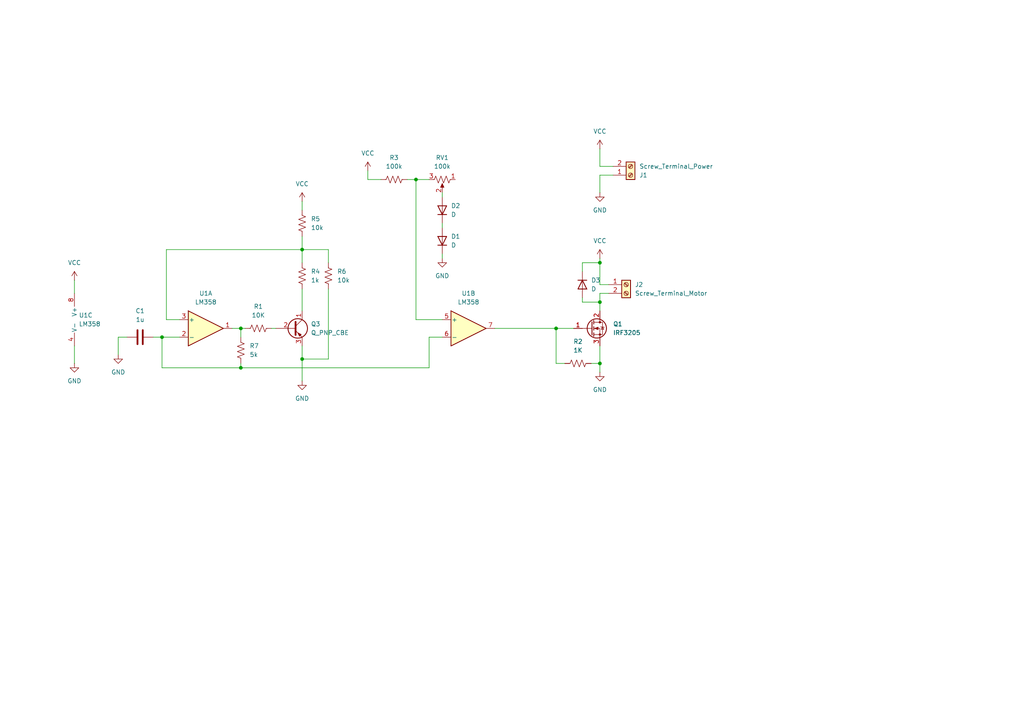
<source format=kicad_sch>
(kicad_sch (version 20231120) (generator "eeschema") (generator_version "8.0")
  (paper "A4")
  (lib_symbols
    (symbol "Amplifier_Operational:LM358" (pin_names (offset 0.127))
      (property "Reference" "U" (at 0 5.08 0))
      (property "Value" "LM358" (at 0 -5.08 0))
      (symbol "LM358_1_1"
        (polyline (pts (xy -5.08 5.08) (xy 5.08 0) (xy -5.08 -5.08) (xy -5.08 5.08)) (stroke (width 0.254)) (fill (type background)))
        (pin output line (at 7.62 0 180) (length 2.54) (name "~") (number "1"))
        (pin input line (at -7.62 -2.54 0) (length 2.54) (name "-") (number "2"))
        (pin input line (at -7.62 2.54 0) (length 2.54) (name "+") (number "3"))
      )
      (symbol "LM358_2_1"
        (polyline (pts (xy -5.08 5.08) (xy 5.08 0) (xy -5.08 -5.08) (xy -5.08 5.08)) (stroke (width 0.254)) (fill (type background)))
        (pin input line (at -7.62 2.54 0) (length 2.54) (name "+") (number "5"))
        (pin input line (at -7.62 -2.54 0) (length 2.54) (name "-") (number "6"))
        (pin output line (at 7.62 0 180) (length 2.54) (name "~") (number "7"))
      )
      (symbol "LM358_3_1"
        (pin power_in line (at -2.54 -7.62 90) (length 3.81) (name "V-") (number "4"))
        (pin power_in line (at -2.54 7.62 270) (length 3.81) (name "V+") (number "8"))
      )
    )
    (symbol "Connector:Screw_Terminal_01x02" (pin_names (offset 1.016) hide)
      (property "Reference" "J" (at 0 2.54 0))
      (property "Value" "Screw_Terminal_01x02" (at 0 -5.08 0))
      (symbol "Screw_Terminal_01x02_1_1"
        (rectangle (start -1.27 1.27) (end 1.27 -3.81) (stroke (width 0.254)) (fill (type background)))
        (circle (center 0 -2.54) (radius 0.635) (stroke (width 0.1524)))
        (polyline (pts (xy -0.5334 -2.2098) (xy 0.3302 -3.048)) (stroke (width 0.1524)))
        (polyline (pts (xy -0.5334 0.3302) (xy 0.3302 -0.508)) (stroke (width 0.1524)))
        (polyline (pts (xy -0.3556 -2.032) (xy 0.508 -2.8702)) (stroke (width 0.1524)))
        (polyline (pts (xy -0.3556 0.508) (xy 0.508 -0.3302)) (stroke (width 0.1524)))
        (circle (center 0 0) (radius 0.635) (stroke (width 0.1524)))
        (pin passive line (at -5.08 0 0) (length 3.81) (name "Pin_1") (number "1"))
        (pin passive line (at -5.08 -2.54 0) (length 3.81) (name "Pin_2") (number "2"))
      )
    )
    (symbol "Device:C" (pin_numbers hide) (pin_names (offset 0.254))
      (property "Reference" "C" (at 0.635 2.54 0))
      (property "Value" "C" (at 0.635 -2.54 0))
      (symbol "C_0_1"
        (polyline (pts (xy -2.032 -0.762) (xy 2.032 -0.762)) (stroke (width 0.508)))
        (polyline (pts (xy -2.032 0.762) (xy 2.032 0.762)) (stroke (width 0.508)))
      )
      (symbol "C_1_1"
        (pin passive line (at 0 3.81 270) (length 2.794) (name "~") (number "1"))
        (pin passive line (at 0 -3.81 90) (length 2.794) (name "~") (number "2"))
      )
    )
    (symbol "Device:D" (pin_numbers hide) (pin_names (offset 1.016) hide)
      (property "Reference" "D" (at 0 2.54 0))
      (property "Value" "D" (at 0 -2.54 0))
      (symbol "D_0_1"
        (polyline (pts (xy -1.27 1.27) (xy -1.27 -1.27)) (stroke (width 0.254)))
        (polyline (pts (xy 1.27 0) (xy -1.27 0)))
        (polyline (pts (xy 1.27 1.27) (xy 1.27 -1.27) (xy -1.27 0) (xy 1.27 1.27)) (stroke (width 0.254)))
      )
      (symbol "D_1_1"
        (pin passive line (at -3.81 0 0) (length 2.54) (name "K") (number "1"))
        (pin passive line (at 3.81 0 180) (length 2.54) (name "A") (number "2"))
      )
    )
    (symbol "Device:Q_PNP_CBE" (pin_names (offset 0) hide)
      (property "Reference" "Q" (at 5.08 1.27 0))
      (property "Value" "Q_PNP_CBE" (at 5.08 -1.27 0))
      (symbol "Q_PNP_CBE_0_1"
        (polyline (pts (xy 0.635 0.635) (xy 2.54 2.54)))
        (polyline (pts (xy 0.635 -0.635) (xy 2.54 -2.54) (xy 2.54 -2.54)))
        (polyline (pts (xy 0.635 1.905) (xy 0.635 -1.905) (xy 0.635 -1.905)) (stroke (width 0.508)))
        (polyline (pts (xy 2.286 -1.778) (xy 1.778 -2.286) (xy 1.27 -1.27) (xy 2.286 -1.778) (xy 2.286 -1.778)) (fill (type outline)))
        (circle (center 1.27 0) (radius 2.8194) (stroke (width 0.254)))
      )
      (symbol "Q_PNP_CBE_1_1"
        (pin passive line (at 2.54 5.08 270) (length 2.54) (name "C") (number "1"))
        (pin input line (at -5.08 0 0) (length 5.715) (name "B") (number "2"))
        (pin passive line (at 2.54 -5.08 90) (length 2.54) (name "E") (number "3"))
      )
    )
    (symbol "Device:R_Potentiometer_US" (pin_names (offset 1.016) hide)
      (property "Reference" "RV" (at -4.445 0 90))
      (property "Value" "R_Potentiometer_US" (at -2.54 0 90))
      (symbol "R_Potentiometer_US_0_1"
        (polyline (pts (xy 0 -2.286) (xy 0 -2.54)))
        (polyline (pts (xy 0 2.54) (xy 0 2.286)))
        (polyline (pts (xy 2.54 0) (xy 1.524 0)))
        (polyline (pts (xy 1.143 0) (xy 2.286 0.508) (xy 2.286 -0.508) (xy 1.143 0)) (fill (type outline)))
        (polyline (pts (xy 0 -0.762) (xy 1.016 -1.143) (xy 0 -1.524) (xy -1.016 -1.905) (xy 0 -2.286)))
        (polyline (pts (xy 0 0.762) (xy 1.016 0.381) (xy 0 0) (xy -1.016 -0.381) (xy 0 -0.762)))
        (polyline (pts (xy 0 2.286) (xy 1.016 1.905) (xy 0 1.524) (xy -1.016 1.143) (xy 0 0.762)))
      )
      (symbol "R_Potentiometer_US_1_1"
        (pin passive line (at 0 3.81 270) (length 1.27) (name "1") (number "1"))
        (pin passive line (at 3.81 0 180) (length 1.27) (name "2") (number "2"))
        (pin passive line (at 0 -3.81 90) (length 1.27) (name "3") (number "3"))
      )
    )
    (symbol "Device:R_US" (pin_numbers hide) (pin_names (offset 0))
      (property "Reference" "R" (at 2.54 0 90))
      (property "Value" "R_US" (at -2.54 0 90))
      (symbol "R_US_0_1"
        (polyline (pts (xy 0 -2.286) (xy 0 -2.54)))
        (polyline (pts (xy 0 2.286) (xy 0 2.54)))
        (polyline (pts (xy 0 -0.762) (xy 1.016 -1.143) (xy 0 -1.524) (xy -1.016 -1.905) (xy 0 -2.286)))
        (polyline (pts (xy 0 0.762) (xy 1.016 0.381) (xy 0 0) (xy -1.016 -0.381) (xy 0 -0.762)))
        (polyline (pts (xy 0 2.286) (xy 1.016 1.905) (xy 0 1.524) (xy -1.016 1.143) (xy 0 0.762)))
      )
      (symbol "R_US_1_1"
        (pin passive line (at 0 3.81 270) (length 1.27) (name "~") (number "1"))
        (pin passive line (at 0 -3.81 90) (length 1.27) (name "~") (number "2"))
      )
    )
    (symbol "Transistor_FET:IRF3205" (pin_names hide)
      (property "Reference" "Q" (at 5.08 1.905 0))
      (property "Value" "IRF3205" (at 5.08 0 0))
      (symbol "IRF3205_0_1"
        (polyline (pts (xy 0.254 0) (xy -2.54 0)))
        (polyline (pts (xy 0.254 1.905) (xy 0.254 -1.905)) (stroke (width 0.254)))
        (polyline (pts (xy 0.762 -1.27) (xy 0.762 -2.286)) (stroke (width 0.254)))
        (polyline (pts (xy 0.762 0.508) (xy 0.762 -0.508)) (stroke (width 0.254)))
        (polyline (pts (xy 0.762 2.286) (xy 0.762 1.27)) (stroke (width 0.254)))
        (polyline (pts (xy 2.54 2.54) (xy 2.54 1.778)))
        (polyline (pts (xy 2.54 -2.54) (xy 2.54 0) (xy 0.762 0)))
        (polyline (pts (xy 0.762 -1.778) (xy 3.302 -1.778) (xy 3.302 1.778) (xy 0.762 1.778)))
        (polyline (pts (xy 1.016 0) (xy 2.032 0.381) (xy 2.032 -0.381) (xy 1.016 0)) (fill (type outline)))
        (polyline (pts (xy 2.794 0.508) (xy 2.921 0.381) (xy 3.683 0.381) (xy 3.81 0.254)))
        (polyline (pts (xy 3.302 0.381) (xy 2.921 -0.254) (xy 3.683 -0.254) (xy 3.302 0.381)))
        (circle (center 1.651 0) (radius 2.794) (stroke (width 0.254)))
        (circle (center 2.54 -1.778) (radius 0.254) (fill (type outline)))
        (circle (center 2.54 1.778) (radius 0.254) (fill (type outline)))
      )
      (symbol "IRF3205_1_1"
        (pin input line (at -5.08 0 0) (length 2.54) (name "G") (number "1"))
        (pin passive line (at 2.54 5.08 270) (length 2.54) (name "D") (number "2"))
        (pin passive line (at 2.54 -5.08 90) (length 2.54) (name "S") (number "3"))
      )
    )
    (symbol "power:GND" (power) (pin_numbers hide) (pin_names (offset 0) hide)
      (property "Value" "GND" (at 0 -3.81 0))
      (symbol "GND_0_1"
        (polyline (pts (xy 0 0) (xy 0 -1.27) (xy 1.27 -1.27) (xy 0 -2.54) (xy -1.27 -1.27) (xy 0 -1.27)))
      )
      (symbol "GND_1_1"
        (pin power_in line (at 0 0 270) (length 0) (name "~") (number "1"))
      )
    )
    (symbol "power:VCC" (power) (pin_numbers hide) (pin_names (offset 0) hide)
      (property "Value" "VCC" (at 0 3.556 0))
      (symbol "VCC_0_1"
        (polyline (pts (xy -0.762 1.27) (xy 0 2.54)))
        (polyline (pts (xy 0 0) (xy 0 2.54)))
        (polyline (pts (xy 0 2.54) (xy 0.762 1.27)))
      )
      (symbol "VCC_1_1"
        (pin power_in line (at 0 0 90) (length 0) (name "~") (number "1"))
      )
    )
  )
  (junction (at 87.63 72.39))
  (junction (at 173.99 76.2))
  (junction (at 46.99 97.79))
  (junction (at 69.85 106.68))
  (junction (at 69.85 95.25))
  (junction (at 87.63 104.14))
  (junction (at 173.99 105.41))
  (junction (at 173.99 87.63))
  (junction (at 161.29 95.25))
  (junction (at 120.65 52.07))
  (wire (pts (xy 48.26 72.39) (xy 48.26 92.71)))
  (wire (pts (xy 95.25 76.2) (xy 95.25 72.39)))
  (wire (pts (xy 173.99 55.88) (xy 173.99 50.8)))
  (wire (pts (xy 87.63 100.33) (xy 87.63 104.14)))
  (wire (pts (xy 87.63 104.14) (xy 87.63 110.49)))
  (wire (pts (xy 69.85 106.68) (xy 124.46 106.68)))
  (wire (pts (xy 173.99 100.33) (xy 173.99 105.41)))
  (wire (pts (xy 124.46 97.79) (xy 128.27 97.79)))
  (wire (pts (xy 128.27 55.88) (xy 128.27 57.15)))
  (wire (pts (xy 34.29 102.87) (xy 34.29 97.79)))
  (wire (pts (xy 120.65 52.07) (xy 124.46 52.07)))
  (wire (pts (xy 124.46 106.68) (xy 124.46 97.79)))
  (wire (pts (xy 173.99 48.26) (xy 173.99 43.18)))
  (wire (pts (xy 87.63 72.39) (xy 48.26 72.39)))
  (wire (pts (xy 21.59 100.33) (xy 21.59 105.41)))
  (wire (pts (xy 106.68 52.07) (xy 110.49 52.07)))
  (wire (pts (xy 67.31 95.25) (xy 69.85 95.25)))
  (wire (pts (xy 69.85 105.41) (xy 69.85 106.68)))
  (wire (pts (xy 118.11 52.07) (xy 120.65 52.07)))
  (wire (pts (xy 87.63 83.82) (xy 87.63 90.17)))
  (wire (pts (xy 21.59 81.28) (xy 21.59 85.09)))
  (wire (pts (xy 173.99 82.55) (xy 173.99 76.2)))
  (wire (pts (xy 46.99 97.79) (xy 46.99 106.68)))
  (wire (pts (xy 168.91 87.63) (xy 173.99 87.63)))
  (wire (pts (xy 168.91 86.36) (xy 168.91 87.63)))
  (wire (pts (xy 128.27 64.77) (xy 128.27 66.04)))
  (wire (pts (xy 34.29 97.79) (xy 36.83 97.79)))
  (wire (pts (xy 48.26 92.71) (xy 52.07 92.71)))
  (wire (pts (xy 120.65 92.71) (xy 120.65 52.07)))
  (wire (pts (xy 78.74 95.25) (xy 80.01 95.25)))
  (wire (pts (xy 95.25 83.82) (xy 95.25 104.14)))
  (wire (pts (xy 173.99 85.09) (xy 173.99 87.63)))
  (wire (pts (xy 173.99 105.41) (xy 173.99 107.95)))
  (wire (pts (xy 87.63 72.39) (xy 87.63 76.2)))
  (wire (pts (xy 46.99 106.68) (xy 69.85 106.68)))
  (wire (pts (xy 128.27 73.66) (xy 128.27 74.93)))
  (wire (pts (xy 95.25 104.14) (xy 87.63 104.14)))
  (wire (pts (xy 87.63 58.42) (xy 87.63 60.96)))
  (wire (pts (xy 168.91 78.74) (xy 168.91 76.2)))
  (wire (pts (xy 173.99 48.26) (xy 177.8 48.26)))
  (wire (pts (xy 168.91 76.2) (xy 173.99 76.2)))
  (wire (pts (xy 171.45 105.41) (xy 173.99 105.41)))
  (wire (pts (xy 161.29 105.41) (xy 163.83 105.41)))
  (wire (pts (xy 143.51 95.25) (xy 161.29 95.25)))
  (wire (pts (xy 87.63 68.58) (xy 87.63 72.39)))
  (wire (pts (xy 95.25 72.39) (xy 87.63 72.39)))
  (wire (pts (xy 173.99 76.2) (xy 173.99 74.93)))
  (wire (pts (xy 52.07 97.79) (xy 46.99 97.79)))
  (wire (pts (xy 176.53 82.55) (xy 173.99 82.55)))
  (wire (pts (xy 166.37 95.25) (xy 161.29 95.25)))
  (wire (pts (xy 128.27 92.71) (xy 120.65 92.71)))
  (wire (pts (xy 44.45 97.79) (xy 46.99 97.79)))
  (wire (pts (xy 161.29 95.25) (xy 161.29 105.41)))
  (wire (pts (xy 106.68 49.53) (xy 106.68 52.07)))
  (wire (pts (xy 69.85 95.25) (xy 69.85 97.79)))
  (wire (pts (xy 69.85 95.25) (xy 71.12 95.25)))
  (wire (pts (xy 173.99 50.8) (xy 177.8 50.8)))
  (wire (pts (xy 173.99 87.63) (xy 173.99 90.17)))
  (wire (pts (xy 176.53 85.09) (xy 173.99 85.09)))
  (symbol (lib_id "Connector:Screw_Terminal_01x02") (at 182.88 50.8 0) (mirror x) (unit 1)
    (property "Reference" "J1" (at 185.42 50.8001 0) (effects (justify left)))
    (property "Value" "Screw_Terminal_Power" (at 185.42 48.2601 0) (effects (justify left)))
    (property "Footprint" "TerminalBlock:TerminalBlock_Altech_AK300-2_P5.00mm" (effects (hide yes)))
    (property "Description" "Generic screw terminal, single row, 01x02, script generated (kicad-library-utils/schlib/autogen/connector/)" (effects (hide yes)))
  )
  (symbol (lib_id "Device:C") (at 40.64 97.79 90) (unit 1)
    (property "Reference" "C1" (at 40.64 90.17 90))
    (property "Value" "1u" (at 40.64 92.71 90))
    (property "Footprint" "Capacitor_THT:C_Disc_D5.1mm_W3.2mm_P5.00mm" (effects (hide yes)))
    (property "Description" "Unpolarized capacitor" (effects (hide yes)))
  )
  (symbol (lib_id "Device:R_US") (at 114.3 52.07 90) (unit 1)
    (property "Reference" "R3" (at 114.3 45.72 90))
    (property "Value" "100k" (at 114.3 48.26 90))
    (property "Footprint" "Resistor_THT:R_Axial_DIN0207_L6.3mm_D2.5mm_P7.62mm_Horizontal" (effects (hide yes)))
    (property "Description" "Resistor, US symbol" (effects (hide yes)))
  )
  (symbol (lib_id "Device:D") (at 168.91 82.55 270) (unit 1)
    (property "Reference" "D3" (at 171.45 81.2799 90) (effects (justify left)))
    (property "Value" "D" (at 171.45 83.8199 90) (effects (justify left)))
    (property "Footprint" "Diode_THT:D_DO-35_SOD27_P5.08mm_Vertical_KathodeUp" (effects (hide yes)))
    (property "Description" "Diode" (effects (hide yes)))
    (property "Sim.Device" "D" (effects (hide yes)))
    (property "Sim.Pins" "1=K 2=A" (effects (hide yes)))
  )
  (symbol (lib_id "Device:R_US") (at 69.85 101.6 0) (unit 1)
    (property "Reference" "R7" (at 72.39 100.3299 0) (effects (justify left)))
    (property "Value" "5k" (at 72.39 102.8699 0) (effects (justify left)))
    (property "Footprint" "Resistor_THT:R_Axial_DIN0207_L6.3mm_D2.5mm_P2.54mm_Vertical" (effects (hide yes)))
    (property "Description" "Resistor, US symbol" (effects (hide yes)))
  )
  (symbol (lib_id "power:VCC") (at 173.99 74.93 0) (unit 1)
    (property "Reference" "#PWR06" (effects (hide yes)))
    (property "Value" "VCC" (at 173.99 69.85 0))
    (property "Description" "Power symbol creates a global label with name \"VCC\"" (effects (hide yes)))
  )
  (symbol (lib_id "power:GND") (at 128.27 74.93 0) (unit 1)
    (property "Reference" "#PWR08" (effects (hide yes)))
    (property "Value" "GND" (at 128.27 80.01 0))
    (property "Description" "Power symbol creates a global label with name \"GND\" , ground" (effects (hide yes)))
  )
  (symbol (lib_id "power:VCC") (at 21.59 81.28 0) (unit 1)
    (property "Reference" "#PWR03" (effects (hide yes)))
    (property "Value" "VCC" (at 21.59 76.2 0))
    (property "Description" "Power symbol creates a global label with name \"VCC\"" (effects (hide yes)))
  )
  (symbol (lib_id "Connector:Screw_Terminal_01x02") (at 181.61 82.55 0) (unit 1)
    (property "Reference" "J2" (at 184.15 82.5499 0) (effects (justify left)))
    (property "Value" "Screw_Terminal_Motor" (at 184.15 85.0899 0) (effects (justify left)))
    (property "Footprint" "TerminalBlock:TerminalBlock_Altech_AK300-2_P5.00mm" (effects (hide yes)))
    (property "Description" "Generic screw terminal, single row, 01x02, script generated (kicad-library-utils/schlib/autogen/connector/)" (effects (hide yes)))
  )
  (symbol (lib_id "power:GND") (at 87.63 110.49 0) (unit 1)
    (property "Reference" "#PWR07" (effects (hide yes)))
    (property "Value" "GND" (at 87.63 115.57 0))
    (property "Description" "Power symbol creates a global label with name \"GND\" , ground" (effects (hide yes)))
  )
  (symbol (lib_id "Device:D") (at 128.27 69.85 90) (unit 1)
    (property "Reference" "D1" (at 130.81 68.5799 90) (effects (justify right)))
    (property "Value" "D" (at 130.81 71.1199 90) (effects (justify right)))
    (property "Footprint" "Diode_THT:D_DO-35_SOD27_P7.62mm_Horizontal" (effects (hide yes)))
    (property "Description" "Diode" (effects (hide yes)))
    (property "Sim.Device" "D" (effects (hide yes)))
    (property "Sim.Pins" "1=K 2=A" (effects (hide yes)))
  )
  (symbol (lib_id "Device:Q_PNP_CBE") (at 85.09 95.25 0) (unit 1)
    (property "Reference" "Q3" (at 90.17 93.9799 0) (effects (justify left)))
    (property "Value" "Q_PNP_CBE" (at 90.17 96.5199 0) (effects (justify left)))
    (property "Footprint" "Package_TO_SOT_THT:TO-92_Inline_Wide" (effects (hide yes)))
    (property "Description" "PNP transistor, collector/base/emitter" (effects (hide yes)))
  )
  (symbol (lib_id "power:GND") (at 21.59 105.41 0) (unit 1)
    (property "Reference" "#PWR04" (effects (hide yes)))
    (property "Value" "GND" (at 21.59 110.49 0))
    (property "Description" "Power symbol creates a global label with name \"GND\" , ground" (effects (hide yes)))
  )
  (symbol (lib_id "power:VCC") (at 173.99 43.18 0) (unit 1)
    (property "Reference" "#PWR02" (effects (hide yes)))
    (property "Value" "VCC" (at 173.99 38.1 0))
    (property "Description" "Power symbol creates a global label with name \"VCC\"" (effects (hide yes)))
  )
  (symbol (lib_id "Device:R_US") (at 74.93 95.25 90) (unit 1)
    (property "Reference" "R1" (at 74.93 88.9 90))
    (property "Value" "10K" (at 74.93 91.44 90))
    (property "Footprint" "Resistor_THT:R_Axial_DIN0207_L6.3mm_D2.5mm_P5.08mm_Vertical" (effects (hide yes)))
    (property "Description" "Resistor, US symbol" (effects (hide yes)))
  )
  (symbol (lib_id "power:VCC") (at 87.63 58.42 0) (unit 1)
    (property "Reference" "#PWR010" (effects (hide yes)))
    (property "Value" "VCC" (at 87.63 53.34 0))
    (property "Description" "Power symbol creates a global label with name \"VCC\"" (effects (hide yes)))
  )
  (symbol (lib_id "power:VCC") (at 106.68 49.53 0) (unit 1)
    (property "Reference" "#PWR09" (effects (hide yes)))
    (property "Value" "VCC" (at 106.68 44.45 0))
    (property "Description" "Power symbol creates a global label with name \"VCC\"" (effects (hide yes)))
  )
  (symbol (lib_id "Device:R_US") (at 87.63 64.77 180) (unit 1)
    (property "Reference" "R5" (at 90.17 63.4999 0) (effects (justify right)))
    (property "Value" "10k" (at 90.17 66.0399 0) (effects (justify right)))
    (property "Footprint" "Resistor_THT:R_Axial_DIN0207_L6.3mm_D2.5mm_P10.16mm_Horizontal" (effects (hide yes)))
    (property "Description" "Resistor, US symbol" (effects (hide yes)))
  )
  (symbol (lib_id "power:GND") (at 173.99 107.95 0) (unit 1)
    (property "Reference" "#PWR05" (effects (hide yes)))
    (property "Value" "GND" (at 173.99 113.03 0))
    (property "Description" "Power symbol creates a global label with name \"GND\" , ground" (effects (hide yes)))
  )
  (symbol (lib_id "Device:D") (at 128.27 60.96 90) (unit 1)
    (property "Reference" "D2" (at 130.81 59.6899 90) (effects (justify right)))
    (property "Value" "D" (at 130.81 62.2299 90) (effects (justify right)))
    (property "Footprint" "Diode_THT:D_DO-35_SOD27_P2.54mm_Vertical_KathodeUp" (effects (hide yes)))
    (property "Description" "Diode" (effects (hide yes)))
    (property "Sim.Device" "D" (effects (hide yes)))
    (property "Sim.Pins" "1=K 2=A" (effects (hide yes)))
  )
  (symbol (lib_id "Device:R_US") (at 167.64 105.41 90) (unit 1)
    (property "Reference" "R2" (at 167.64 99.06 90))
    (property "Value" "1K" (at 167.64 101.6 90))
    (property "Footprint" "Resistor_THT:R_Axial_DIN0207_L6.3mm_D2.5mm_P5.08mm_Vertical" (effects (hide yes)))
    (property "Description" "Resistor, US symbol" (effects (hide yes)))
  )
  (symbol (lib_id "Amplifier_Operational:LM358") (at 24.13 92.71 0) (unit 3)
    (property "Reference" "U1" (at 22.86 91.4399 0) (effects (justify left)))
    (property "Value" "LM358" (at 22.86 93.9799 0) (effects (justify left)))
    (property "Footprint" "Package_DIP:DIP-8_W7.62mm" (effects (hide yes)))
    (property "Datasheet" "http://www.ti.com/lit/ds/symlink/lm2904-n.pdf" (effects (hide yes)))
    (property "Description" "Low-Power, Dual Operational Amplifiers, DIP-8/SOIC-8/TO-99-8" (effects (hide yes)))
  )
  (symbol (lib_id "Device:R_US") (at 87.63 80.01 180) (unit 1)
    (property "Reference" "R4" (at 90.17 78.7399 0) (effects (justify right)))
    (property "Value" "1k" (at 90.17 81.2799 0) (effects (justify right)))
    (property "Footprint" "Resistor_THT:R_Axial_DIN0207_L6.3mm_D2.5mm_P5.08mm_Vertical" (effects (hide yes)))
    (property "Description" "Resistor, US symbol" (effects (hide yes)))
  )
  (symbol (lib_id "Transistor_FET:IRF3205") (at 171.45 95.25 0) (unit 1)
    (property "Reference" "Q1" (at 177.8 93.9799 0) (effects (justify left)))
    (property "Value" "IRF3205" (at 177.8 96.5199 0) (effects (justify left)))
    (property "Footprint" "Package_TO_SOT_THT:TO-220-3_Vertical" (effects (hide yes)))
    (property "Datasheet" "http://www.irf.com/product-info/datasheets/data/irf3205.pdf" (effects (hide yes)))
    (property "Description" "110A Id, 55V Vds, Single N-Channel HEXFET Power MOSFET, 8mOhm Ron, TO-220AB" (effects (hide yes)))
  )
  (symbol (lib_id "Amplifier_Operational:LM358") (at 59.69 95.25 0) (unit 1)
    (property "Reference" "U1" (at 59.69 85.09 0))
    (property "Value" "LM358" (at 59.69 87.63 0))
    (property "Footprint" "Package_DIP:DIP-8_W7.62mm" (effects (hide yes)))
    (property "Datasheet" "http://www.ti.com/lit/ds/symlink/lm2904-n.pdf" (effects (hide yes)))
    (property "Description" "Low-Power, Dual Operational Amplifiers, DIP-8/SOIC-8/TO-99-8" (effects (hide yes)))
  )
  (symbol (lib_id "power:GND") (at 34.29 102.87 0) (unit 1)
    (property "Reference" "#PWR011" (effects (hide yes)))
    (property "Value" "GND" (at 34.29 107.95 0))
    (property "Description" "Power symbol creates a global label with name \"GND\" , ground" (effects (hide yes)))
  )
  (symbol (lib_id "Device:R_Potentiometer_US") (at 128.27 52.07 270) (unit 1)
    (property "Reference" "RV1" (at 128.27 45.72 90))
    (property "Value" "100k" (at 128.27 48.26 90))
    (property "Footprint" "Connector_PinHeader_2.54mm:PinHeader_1x03_P2.54mm_Vertical" (effects (hide yes)))
    (property "Description" "Potentiometer, US symbol" (effects (hide yes)))
  )
  (symbol (lib_id "power:GND") (at 173.99 55.88 0) (unit 1)
    (property "Reference" "#PWR01" (effects (hide yes)))
    (property "Value" "GND" (at 173.99 60.96 0))
    (property "Description" "Power symbol creates a global label with name \"GND\" , ground" (effects (hide yes)))
  )
  (symbol (lib_id "Device:R_US") (at 95.25 80.01 180) (unit 1)
    (property "Reference" "R6" (at 97.79 78.7399 0) (effects (justify right)))
    (property "Value" "10k" (at 97.79 81.2799 0) (effects (justify right)))
    (property "Footprint" "Resistor_THT:R_Axial_DIN0207_L6.3mm_D2.5mm_P7.62mm_Horizontal" (effects (hide yes)))
    (property "Description" "Resistor, US symbol" (effects (hide yes)))
  )
  (symbol (lib_id "Amplifier_Operational:LM358") (at 135.89 95.25 0) (unit 2)
    (property "Reference" "U1" (at 135.89 85.09 0))
    (property "Value" "LM358" (at 135.89 87.63 0))
    (property "Footprint" "Package_DIP:DIP-8_W7.62mm" (effects (hide yes)))
    (property "Datasheet" "http://www.ti.com/lit/ds/symlink/lm2904-n.pdf" (effects (hide yes)))
    (property "Description" "Low-Power, Dual Operational Amplifiers, DIP-8/SOIC-8/TO-99-8" (effects (hide yes)))
  )
)
</source>
